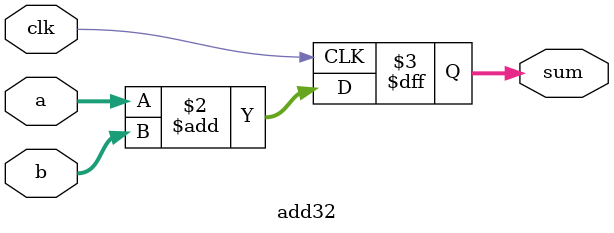
<source format=v>
module add32(clk,a,b,sum);
input clk;
input [31:0]a;
input [31:0]b;
output [32:0]sum;
reg [32:0] sum;
always @(posedge clk)
begin
sum=a+b;
end
endmodule

</source>
